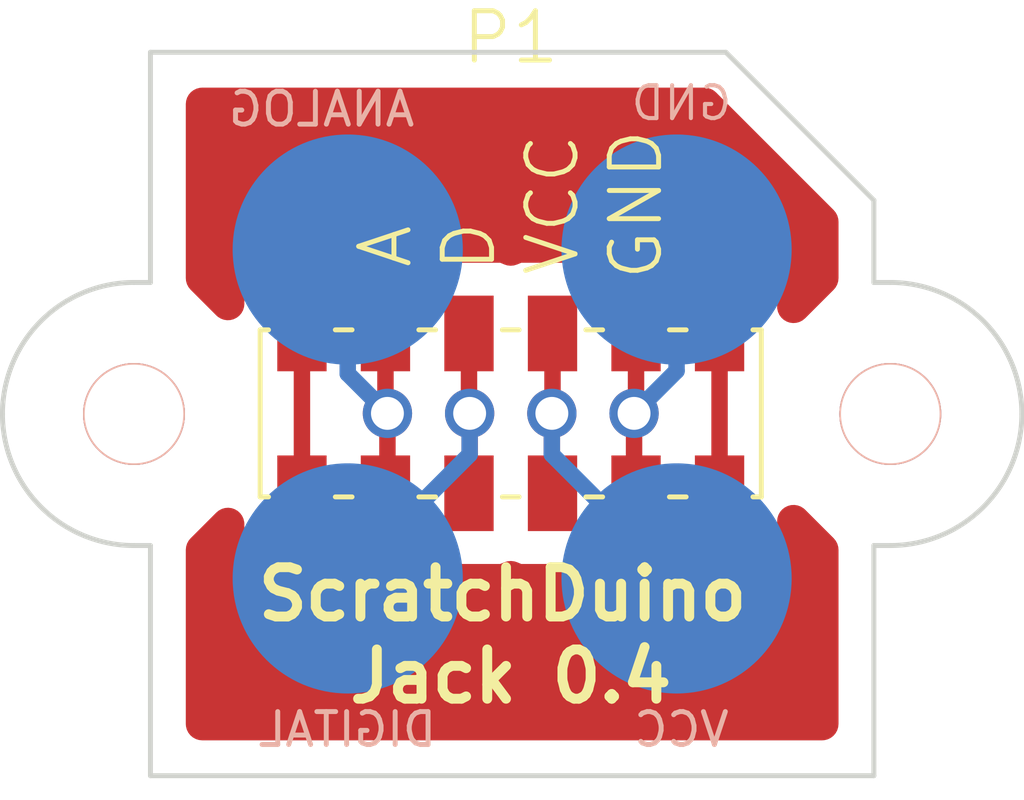
<source format=kicad_pcb>
(kicad_pcb (version 3) (host pcbnew "(2013-may-18)-stable")

  (general
    (links 10)
    (no_connects 0)
    (area 13.488999 13.241 45.097001 37.773)
    (thickness 1.6)
    (drawings 17)
    (tracks 32)
    (zones 0)
    (modules 2)
    (nets 7)
  )

  (page A3)
  (layers
    (15 F.Cu signal)
    (0 B.Cu signal)
    (16 B.Adhes user hide)
    (17 F.Adhes user hide)
    (18 B.Paste user)
    (19 F.Paste user)
    (20 B.SilkS user)
    (21 F.SilkS user)
    (22 B.Mask user hide)
    (23 F.Mask user)
    (24 Dwgs.User user hide)
    (25 Cmts.User user hide)
    (26 Eco1.User user hide)
    (27 Eco2.User user hide)
    (28 Edge.Cuts user)
  )

  (setup
    (last_trace_width 0.5)
    (trace_clearance 0.254)
    (zone_clearance 1)
    (zone_45_only no)
    (trace_min 0.254)
    (segment_width 0.2)
    (edge_width 0.15)
    (via_size 1.5)
    (via_drill 1)
    (via_min_size 0.889)
    (via_min_drill 0.508)
    (uvia_size 0.508)
    (uvia_drill 0.127)
    (uvias_allowed no)
    (uvia_min_size 0.508)
    (uvia_min_drill 0.127)
    (pcb_text_width 0.3)
    (pcb_text_size 1.5 1.5)
    (mod_edge_width 0.15)
    (mod_text_size 1.5 1.5)
    (mod_text_width 0.15)
    (pad_size 1.5 2.3)
    (pad_drill 0)
    (pad_to_mask_clearance 0.2)
    (aux_axis_origin 0 0)
    (visible_elements FFFFFFBF)
    (pcbplotparams
      (layerselection 284983297)
      (usegerberextensions false)
      (excludeedgelayer true)
      (linewidth 0.100000)
      (plotframeref false)
      (viasonmask false)
      (mode 1)
      (useauxorigin false)
      (hpglpennumber 1)
      (hpglpenspeed 20)
      (hpglpendiameter 15)
      (hpglpenoverlay 2)
      (psnegative false)
      (psa4output false)
      (plotreference true)
      (plotvalue true)
      (plotothertext true)
      (plotinvisibletext false)
      (padsonsilk false)
      (subtractmaskfromsilk false)
      (outputformat 1)
      (mirror false)
      (drillshape 0)
      (scaleselection 1)
      (outputdirectory PCB/))
  )

  (net 0 "")
  (net 1 N-000001)
  (net 2 N-000002)
  (net 3 N-000003)
  (net 4 N-000004)
  (net 5 N-000005)
  (net 6 N-000006)

  (net_class Default "Это класс цепей по умолчанию."
    (clearance 0.254)
    (trace_width 0.5)
    (via_dia 1.5)
    (via_drill 1)
    (uvia_dia 0.508)
    (uvia_drill 0.127)
    (add_net "")
    (add_net N-000001)
    (add_net N-000002)
    (add_net N-000003)
    (add_net N-000004)
    (add_net N-000005)
    (add_net N-000006)
  )

  (module SENSOR (layer B.Cu) (tedit 562E9003) (tstamp 562E9F98)
    (at 40.793 37.269 180)
    (path /55D7B367)
    (fp_text reference P3 (at 11.43 2.54 180) (layer B.SilkS) hide
      (effects (font (size 1 1) (thickness 0.15)) (justify mirror))
    )
    (fp_text value "" (at 11.293 21.269 180) (layer B.SilkS)
      (effects (font (size 1 1) (thickness 0.15)) (justify mirror))
    )
    (fp_text user DIGITAL (at 16.51 1.905 180) (layer B.SilkS)
      (effects (font (size 1 1) (thickness 0.15)) (justify mirror))
    )
    (fp_text user VCC (at 6.35 1.905 180) (layer B.SilkS)
      (effects (font (size 1 1) (thickness 0.15)) (justify mirror))
    )
    (fp_text user ANALOG (at 17.293 20.769 180) (layer B.SilkS)
      (effects (font (size 1 1) (thickness 0.15)) (justify mirror))
    )
    (fp_text user GND (at 6.35 20.955 180) (layer B.SilkS)
      (effects (font (size 1 1) (thickness 0.125)) (justify mirror))
    )
    (fp_line (start 23 15.5) (end 22.5 15.5) (layer B.SilkS) (width 0.1))
    (fp_line (start 22.5 15.5) (end 22.5 22.5) (layer B.SilkS) (width 0.1))
    (fp_line (start 22.5 0.5) (end 22.5 7.5) (layer B.SilkS) (width 0.1))
    (fp_line (start 22.5 7.5) (end 23 7.5) (layer B.SilkS) (width 0.1))
    (fp_line (start 0 7.5) (end 0.5 7.5) (layer B.SilkS) (width 0.1))
    (fp_line (start 0.5 7.5) (end 0.5 0.5) (layer B.SilkS) (width 0.1))
    (fp_line (start 0 15.5) (end 0.5 15.5) (layer B.SilkS) (width 0.1))
    (fp_line (start 0.5 15.5) (end 0.5 17.5) (layer B.SilkS) (width 0.1))
    (fp_arc (start 23 11.5) (end 27 11.5) (angle -90) (layer B.SilkS) (width 0.1))
    (fp_arc (start 23 11.5) (end 23 15.5) (angle -90) (layer B.SilkS) (width 0.1))
    (fp_arc (start 0 11.5) (end 0 7.5) (angle -90) (layer B.SilkS) (width 0.1))
    (fp_arc (start 0 11.5) (end -4 11.5) (angle -90) (layer B.SilkS) (width 0.1))
    (fp_circle (center 0 11.5) (end 1.5 11.5) (layer B.SilkS) (width 0.1))
    (fp_circle (center 23 11.5) (end 24.5 11.5) (layer B.SilkS) (width 0.1))
    (fp_line (start 0.5 17.5) (end 0.5 18) (layer B.SilkS) (width 0.1))
    (fp_line (start 0.5 18) (end 5 22.5) (layer B.SilkS) (width 0.1))
    (fp_line (start 5 22.5) (end 22.5 22.5) (layer B.SilkS) (width 0.1))
    (fp_line (start 22.5 0.5) (end 0.5 0.5) (layer B.SilkS) (width 0.1))
    (pad 2 smd circle (at 6.5 6.5 180) (size 7 7)
      (layers B.Cu B.Mask)
      (net 4 N-000004)
      (solder_mask_margin 0.1)
    )
    (pad 3 smd circle (at 16.5 6.5 180) (size 7 7)
      (layers B.Cu B.Mask)
      (net 5 N-000005)
    )
    (pad 1 smd circle (at 6.5 16.5 180) (size 7 7)
      (layers B.Cu B.Mask)
      (net 1 N-000001)
    )
    (pad 4 smd circle (at 16.5 16.5 180) (size 7 7)
      (layers B.Cu B.Mask)
      (net 6 N-000006)
    )
    (pad "" np_thru_hole circle (at 0 11.5 180) (size 3.1 3.1) (drill 3)
      (layers *.Cu *.Mask B.SilkS)
    )
    (pad "" np_thru_hole circle (at 23 11.5 180) (size 3.1 3.1) (drill 3)
      (layers *.Cu *.Mask B.SilkS)
    )
  )

  (module SENSOR_JACK (layer F.Cu) (tedit 562E8FDD) (tstamp 562E9FBD)
    (at 29.25 25.75)
    (path /562E8E1E)
    (fp_text reference P1 (at 0 -11.43) (layer F.SilkS)
      (effects (font (size 1.5 1.5) (thickness 0.15)))
    )
    (fp_text value "" (at 0 5.08) (layer F.SilkS)
      (effects (font (size 1.5 1.5) (thickness 0.15)))
    )
    (fp_text user GND (at 3.81 -6.35 90) (layer F.SilkS)
      (effects (font (size 1.5 1.5) (thickness 0.15)))
    )
    (fp_text user VCC (at 1.27 -6.35 90) (layer F.SilkS)
      (effects (font (size 1.5 1.5) (thickness 0.15)))
    )
    (fp_text user D (at -1.27 -5.08 90) (layer F.SilkS)
      (effects (font (size 1.5 1.5) (thickness 0.15)))
    )
    (fp_text user A (at -3.81 -5.08 90) (layer F.SilkS)
      (effects (font (size 1.5 1.5) (thickness 0.15)))
    )
    (fp_line (start -5.334 -2.54) (end -4.826 -2.54) (layer F.SilkS) (width 0.15))
    (fp_line (start -5.334 2.54) (end -4.826 2.54) (layer F.SilkS) (width 0.15))
    (fp_line (start -2.794 -2.54) (end -2.286 -2.54) (layer F.SilkS) (width 0.15))
    (fp_line (start -2.794 2.54) (end -2.286 2.54) (layer F.SilkS) (width 0.15))
    (fp_line (start -0.254 -2.54) (end 0.254 -2.54) (layer F.SilkS) (width 0.15))
    (fp_line (start -0.254 2.54) (end 0.254 2.54) (layer F.SilkS) (width 0.15))
    (fp_line (start 2.286 -2.54) (end 2.794 -2.54) (layer F.SilkS) (width 0.15))
    (fp_line (start 2.286 2.54) (end 2.794 2.54) (layer F.SilkS) (width 0.15))
    (fp_line (start -7.62 2.54) (end -7.366 2.54) (layer F.SilkS) (width 0.15))
    (fp_line (start 7.62 2.54) (end 7.366 2.54) (layer F.SilkS) (width 0.15))
    (fp_line (start 4.826 2.54) (end 5.334 2.54) (layer F.SilkS) (width 0.15))
    (fp_line (start 7.62 -2.54) (end 7.366 -2.54) (layer F.SilkS) (width 0.15))
    (fp_line (start -7.62 -2.54) (end -7.366 -2.54) (layer F.SilkS) (width 0.15))
    (fp_line (start 4.826 -2.54) (end 5.334 -2.54) (layer F.SilkS) (width 0.15))
    (fp_line (start 7.62 -2.54) (end 7.62 2.54) (layer F.SilkS) (width 0.15))
    (fp_line (start -7.62 -2.54) (end -7.62 2.54) (layer F.SilkS) (width 0.15))
    (pad 12 smd rect (at -6.35 -2.43) (size 1.5 2.3)
      (layers F.Cu F.Paste F.Mask)
      (net 3 N-000003)
    )
    (pad 1 smd rect (at -6.35 2.43) (size 1.5 2.3)
      (layers F.Cu F.Paste F.Mask)
      (net 3 N-000003)
    )
    (pad 11 smd rect (at -3.81 -2.43) (size 1.5 2.3)
      (layers F.Cu F.Paste F.Mask)
      (net 6 N-000006)
    )
    (pad 2 smd rect (at -3.81 2.43) (size 1.5 2.3)
      (layers F.Cu F.Paste F.Mask)
      (net 6 N-000006)
    )
    (pad 10 smd rect (at -1.27 -2.43) (size 1.5 2.3)
      (layers F.Cu F.Paste F.Mask)
      (net 5 N-000005)
    )
    (pad 3 smd rect (at -1.27 2.43) (size 1.5 2.3)
      (layers F.Cu F.Paste F.Mask)
      (net 5 N-000005)
    )
    (pad 9 smd rect (at 1.27 -2.43) (size 1.5 2.3)
      (layers F.Cu F.Paste F.Mask)
      (net 4 N-000004)
    )
    (pad 4 smd rect (at 1.27 2.43) (size 1.5 2.3)
      (layers F.Cu F.Paste F.Mask)
      (net 4 N-000004)
    )
    (pad 5 smd rect (at 3.81 2.43) (size 1.5 2.3)
      (layers F.Cu F.Paste F.Mask)
      (net 1 N-000001)
    )
    (pad 6 smd rect (at 6.35 2.43) (size 1.5 2.3)
      (layers F.Cu F.Paste F.Mask)
      (net 2 N-000002)
    )
    (pad 7 smd rect (at 6.35 -2.43) (size 1.5 2.3)
      (layers F.Cu F.Paste F.Mask)
      (net 2 N-000002)
    )
    (pad 8 smd rect (at 3.81 -2.43) (size 1.5 2.3)
      (layers F.Cu F.Paste F.Mask)
      (net 1 N-000001)
    )
  )

  (gr_text "Jack 0.4" (at 29.25 33.75) (layer F.SilkS)
    (effects (font (size 1.5 1.5) (thickness 0.3)))
  )
  (gr_text ScratchDuino (at 29 31.25) (layer F.SilkS)
    (effects (font (size 1.5 1.5) (thickness 0.3)))
  )
  (gr_arc (start 17.793 25.769) (end 17.793 29.769) (angle 90) (layer Edge.Cuts) (width 0.15))
  (gr_arc (start 17.793 25.769) (end 13.793 25.769) (angle 90) (layer Edge.Cuts) (width 0.15))
  (gr_arc (start 40.793 25.769) (end 44.793 25.769) (angle 90) (layer Edge.Cuts) (width 0.15))
  (gr_arc (start 40.793 25.769) (end 40.793 21.769) (angle 90) (layer Edge.Cuts) (width 0.15))
  (gr_line (start 40.293 29.769) (end 40.793 29.769) (angle 90) (layer Edge.Cuts) (width 0.15))
  (gr_line (start 40.293 21.769) (end 40.793 21.769) (angle 90) (layer Edge.Cuts) (width 0.15))
  (gr_line (start 17.793 29.769) (end 18.293 29.769) (angle 90) (layer Edge.Cuts) (width 0.15))
  (gr_line (start 18.293 21.769) (end 17.793 21.769) (angle 90) (layer Edge.Cuts) (width 0.15))
  (gr_line (start 18.293 14.769) (end 18.293 21.769) (angle 90) (layer Edge.Cuts) (width 0.15))
  (gr_line (start 35.793 14.769) (end 18.293 14.769) (angle 90) (layer Edge.Cuts) (width 0.15))
  (gr_line (start 40.293 19.269) (end 35.793 14.769) (angle 90) (layer Edge.Cuts) (width 0.15))
  (gr_line (start 40.293 21.769) (end 40.293 19.269) (angle 90) (layer Edge.Cuts) (width 0.15))
  (gr_line (start 40.293 36.769) (end 40.293 29.769) (angle 90) (layer Edge.Cuts) (width 0.15))
  (gr_line (start 18.293 36.769) (end 40.293 36.769) (angle 90) (layer Edge.Cuts) (width 0.15))
  (gr_line (start 18.293 36.769) (end 18.293 29.769) (angle 90) (layer Edge.Cuts) (width 0.15))

  (segment (start 33 25.75) (end 33 28.12) (width 0.5) (layer F.Cu) (net 1))
  (segment (start 33 28.12) (end 33.06 28.18) (width 0.5) (layer F.Cu) (net 1) (tstamp 562E9FE9))
  (segment (start 34.293 20.769) (end 34.293 24.457) (width 0.5) (layer B.Cu) (net 1))
  (segment (start 33.06 25.69) (end 33.06 23.32) (width 0.5) (layer F.Cu) (net 1) (tstamp 562E9FE6))
  (segment (start 33 25.75) (end 33.06 25.69) (width 0.5) (layer F.Cu) (net 1) (tstamp 562E9FE5))
  (via (at 33 25.75) (size 1.5) (layers F.Cu B.Cu) (net 1))
  (segment (start 34.293 24.457) (end 33 25.75) (width 0.5) (layer B.Cu) (net 1) (tstamp 562E9FE3))
  (segment (start 35.6 23.32) (end 35.6 28.18) (width 0.5) (layer F.Cu) (net 2) (status C00000))
  (segment (start 22.9 23.32) (end 22.9 28.18) (width 0.5) (layer F.Cu) (net 3) (status C00000))
  (segment (start 30.5 25.75) (end 30.5 28.16) (width 0.5) (layer F.Cu) (net 4) (status 800000))
  (segment (start 30.5 28.16) (end 30.52 28.18) (width 0.5) (layer F.Cu) (net 4) (tstamp 562EA00C) (status C00000))
  (segment (start 30.52 23.32) (end 30.52 25.73) (width 0.5) (layer F.Cu) (net 4) (status 400000))
  (segment (start 34.269 30.769) (end 34.293 30.769) (width 0.5) (layer B.Cu) (net 4) (tstamp 562EA002) (status C00000))
  (segment (start 30.5 27) (end 34.269 30.769) (width 0.5) (layer B.Cu) (net 4) (tstamp 562EA001) (status 800000))
  (segment (start 30.5 25.75) (end 30.5 27) (width 0.5) (layer B.Cu) (net 4) (tstamp 562EA000))
  (via (at 30.5 25.75) (size 1.5) (layers F.Cu B.Cu) (net 4))
  (segment (start 30.52 25.73) (end 30.5 25.75) (width 0.5) (layer F.Cu) (net 4) (tstamp 562E9FFE))
  (segment (start 28 25.75) (end 28 28.16) (width 0.5) (layer F.Cu) (net 5) (status 800000))
  (segment (start 28 28.16) (end 27.98 28.18) (width 0.5) (layer F.Cu) (net 5) (tstamp 562EA00F) (status C00000))
  (segment (start 27.98 23.32) (end 27.98 25.73) (width 0.5) (layer F.Cu) (net 5) (status 400000))
  (segment (start 24.293 30.707) (end 24.293 30.769) (width 0.5) (layer B.Cu) (net 5) (tstamp 562EA009) (status C00000))
  (segment (start 28 27) (end 24.293 30.707) (width 0.5) (layer B.Cu) (net 5) (tstamp 562EA008) (status 800000))
  (segment (start 28 25.75) (end 28 27) (width 0.5) (layer B.Cu) (net 5) (tstamp 562EA007))
  (via (at 28 25.75) (size 1.5) (layers F.Cu B.Cu) (net 5))
  (segment (start 27.98 25.73) (end 28 25.75) (width 0.5) (layer F.Cu) (net 5) (tstamp 562EA005))
  (segment (start 25.5 25.75) (end 25.5 28.12) (width 0.5) (layer F.Cu) (net 6))
  (segment (start 25.5 28.12) (end 25.44 28.18) (width 0.5) (layer F.Cu) (net 6) (tstamp 562E9FF2))
  (segment (start 24.293 20.769) (end 24.293 24.543) (width 0.5) (layer B.Cu) (net 6))
  (segment (start 25.44 25.69) (end 25.44 23.32) (width 0.5) (layer F.Cu) (net 6) (tstamp 562E9FEF))
  (segment (start 25.5 25.75) (end 25.44 25.69) (width 0.5) (layer F.Cu) (net 6) (tstamp 562E9FEE))
  (via (at 25.5 25.75) (size 1.5) (layers F.Cu B.Cu) (net 6))
  (segment (start 24.293 24.543) (end 25.5 25.75) (width 0.5) (layer B.Cu) (net 6) (tstamp 562E9FEC))

  (zone (net 0) (net_name "") (layer F.Cu) (tstamp 55D8EB15) (hatch edge 0.508)
    (connect_pads (clearance 1))
    (min_thickness 1)
    (fill (arc_segments 16) (thermal_gap 1) (thermal_bridge_width 1.2))
    (polygon
      (pts
        (xy 40.293 36.769) (xy 18.293 36.769) (xy 18.293 29.769) (xy 19.293 29.769) (xy 21.293 27.769)
        (xy 21.293 23.769) (xy 19.293 21.769) (xy 18.293 21.769) (xy 18.293 14.769) (xy 35.793 14.769)
        (xy 40.293 19.269) (xy 40.293 21.769) (xy 39.293 21.769) (xy 37.293 23.769) (xy 37.293 27.769)
        (xy 39.293 29.769) (xy 40.293 29.769)
      )
    )
    (filled_polygon
      (pts
        (xy 38.718 21.636893) (xy 37.850259 22.504634) (xy 37.850259 21.872941) (xy 37.622379 21.321429) (xy 37.200791 20.899104)
        (xy 36.649678 20.670262) (xy 36.052941 20.669741) (xy 34.552941 20.669741) (xy 34.330133 20.761803) (xy 34.109678 20.670262)
        (xy 33.512941 20.669741) (xy 32.012941 20.669741) (xy 31.790133 20.761803) (xy 31.569678 20.670262) (xy 30.972941 20.669741)
        (xy 29.472941 20.669741) (xy 29.250133 20.761803) (xy 29.029678 20.670262) (xy 28.432941 20.669741) (xy 26.932941 20.669741)
        (xy 26.710133 20.761803) (xy 26.489678 20.670262) (xy 25.892941 20.669741) (xy 24.392941 20.669741) (xy 24.170133 20.761803)
        (xy 23.949678 20.670262) (xy 23.352941 20.669741) (xy 21.852941 20.669741) (xy 21.301429 20.897621) (xy 20.879104 21.319209)
        (xy 20.650262 21.870322) (xy 20.649783 22.418676) (xy 19.868 21.636893) (xy 19.868 16.344) (xy 35.140614 16.344)
        (xy 38.718 19.921386) (xy 38.718 21.636893)
      )
    )
    (filled_polygon
      (pts
        (xy 38.718 35.194) (xy 19.868 35.194) (xy 19.868 29.901107) (xy 20.649741 29.119366) (xy 20.649741 29.627059)
        (xy 20.877621 30.178571) (xy 21.299209 30.600896) (xy 21.850322 30.829738) (xy 22.447059 30.830259) (xy 23.947059 30.830259)
        (xy 24.169866 30.738196) (xy 24.390322 30.829738) (xy 24.987059 30.830259) (xy 26.487059 30.830259) (xy 26.709866 30.738196)
        (xy 26.930322 30.829738) (xy 27.527059 30.830259) (xy 29.027059 30.830259) (xy 29.249866 30.738196) (xy 29.470322 30.829738)
        (xy 30.067059 30.830259) (xy 31.567059 30.830259) (xy 31.789866 30.738196) (xy 32.010322 30.829738) (xy 32.607059 30.830259)
        (xy 34.107059 30.830259) (xy 34.329866 30.738196) (xy 34.550322 30.829738) (xy 35.147059 30.830259) (xy 36.647059 30.830259)
        (xy 37.198571 30.602379) (xy 37.620896 30.180791) (xy 37.849738 29.629678) (xy 37.850258 29.033365) (xy 38.718 29.901107)
        (xy 38.718 35.194)
      )
    )
  )
)

</source>
